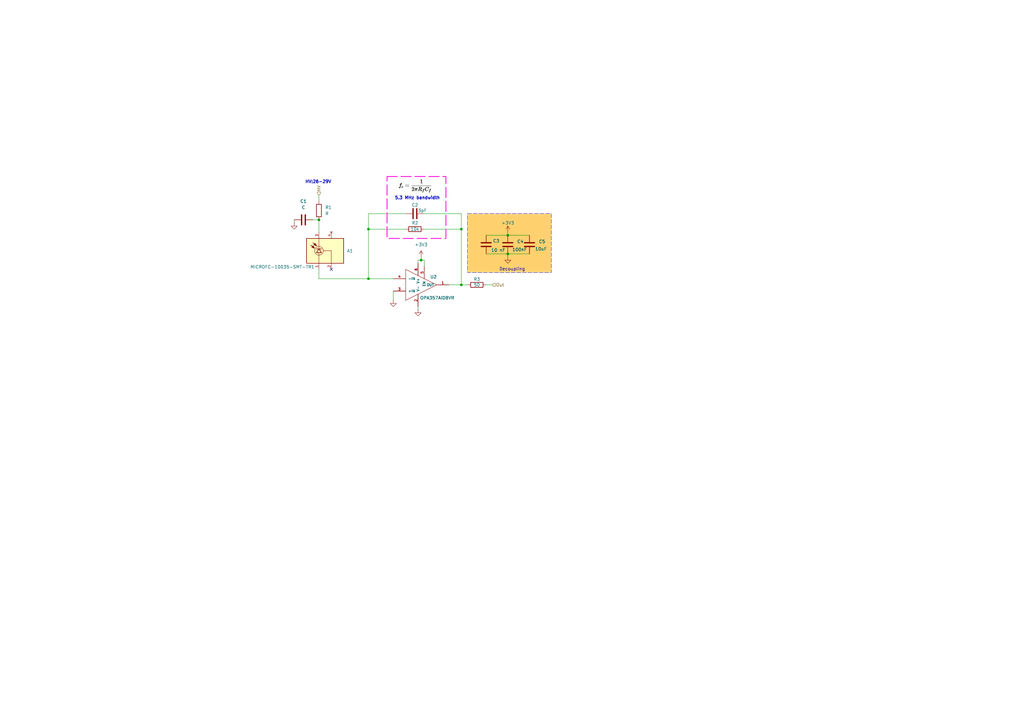
<source format=kicad_sch>
(kicad_sch (version 20231120) (generator "eeschema") (generator_version "8.0")
  (paper "A3")
  (lib_symbols
    (symbol "Device:C" (pin_numbers hide) (pin_names (offset 0.254))
      (property "Reference" "C" (at 0.635 2.54 0))
      (property "Value" "C" (at 0.635 -2.54 0))
      (symbol "C_0_1"
        (polyline (pts (xy -2.032 -0.762) (xy 2.032 -0.762)) (stroke (width 0.508)))
        (polyline (pts (xy -2.032 0.762) (xy 2.032 0.762)) (stroke (width 0.508)))
      )
      (symbol "C_1_1"
        (pin passive line (at 0 3.81 270) (length 2.794) (name "~") (number "1"))
        (pin passive line (at 0 -3.81 90) (length 2.794) (name "~") (number "2"))
      )
    )
    (symbol "Device:R" (pin_numbers hide) (pin_names (offset 0))
      (property "Reference" "R" (at 2.032 0 90))
      (property "Value" "R" (at 0 0 90))
      (symbol "R_0_1"
        (rectangle (start -1.016 -2.54) (end 1.016 2.54) (stroke (width 0.254)))
      )
      (symbol "R_1_1"
        (pin passive line (at 0 3.81 270) (length 1.27) (name "~") (number "1"))
        (pin passive line (at 0 -3.81 90) (length 1.27) (name "~") (number "2"))
      )
    )
    (symbol "OPA357:OPA357AIDBVR" (pin_names (offset 1.016))
      (property "Reference" "U2" (at 0 2.032 0))
      (property "Value" "OPA357AIDBVR" (at 1.524 -6.604 0))
      (symbol "OPA357AIDBVR_0_0"
        (pin input line (at -16.51 -3.81 0) (length 5.08) (name "+IN") (number "3"))
        (pin input line (at -16.51 1.27 0) (length 5.08) (name "-IN") (number "4"))
        (pin input line (at -3.81 6.35 270) (length 5.08) (name "EN") (number "5"))
        (pin power_in line (at -6.35 7.62 270) (length 5.08) (name "V+") (number "6"))
      )
      (symbol "OPA357AIDBVR_0_1"
        (polyline (pts (xy -11.43 -7.62) (xy -11.43 5.08) (xy 1.27 -1.27) (xy -11.43 -7.62)))
      )
      (symbol "OPA357AIDBVR_1_0"
        (pin output line (at 6.35 -1.27 180) (length 5.08) (name "OUT") (number "1"))
        (pin power_in line (at -6.35 -10.16 90) (length 5.08) (name "V-") (number "2"))
      )
    )
    (symbol "Onsemi:MICROFC-10035-SMT-TR1" (pin_names (offset 1.016))
      (property "Reference" "A" (at -5.08 8.89 0))
      (property "Value" "MICROFC-10035-SMT-TR1" (at -5.08 -10.16 0))
      (symbol "MICROFC-10035-SMT-TR1_0_0"
        (rectangle (start -5.08 -7.62) (end 5.08 7.62) (stroke (width 0.254)) (fill (type background)))
        (polyline (pts (xy -5.08 2.54) (xy -0.762 2.54)) (stroke (width 0.1524)))
        (polyline (pts (xy -0.762 1.524) (xy 0.762 2.54)) (stroke (width 0.254)))
        (polyline (pts (xy -0.762 2.54) (xy -0.762 1.524)) (stroke (width 0.254)))
        (polyline (pts (xy -0.762 3.556) (xy -0.762 2.54)) (stroke (width 0.254)))
        (polyline (pts (xy 0 -2.54) (xy -5.08 -2.54)) (stroke (width 0.1524)))
        (polyline (pts (xy 0 0.762) (xy 0 -2.54)) (stroke (width 0.1524)))
        (polyline (pts (xy 0.762 2.54) (xy -0.762 3.556)) (stroke (width 0.254)))
        (polyline (pts (xy 0.762 2.54) (xy 0.762 1.524)) (stroke (width 0.254)))
        (polyline (pts (xy 0.762 2.54) (xy 5.08 2.54)) (stroke (width 0.1524)))
        (polyline (pts (xy 0.762 3.556) (xy 0.762 2.54)) (stroke (width 0.254)))
        (polyline (pts (xy 1.143 4.445) (xy 1.4732 5.4102)) (stroke (width 0.254)))
        (polyline (pts (xy 1.143 4.445) (xy 2.286 5.842)) (stroke (width 0.254)))
        (polyline (pts (xy 1.4478 4.6736) (xy 1.5748 4.6736)) (stroke (width 0.254)))
        (polyline (pts (xy 1.4732 5.4102) (xy 1.4478 4.6736)) (stroke (width 0.254)))
        (polyline (pts (xy 1.4732 5.4102) (xy 2.032 4.9276)) (stroke (width 0.254)))
        (polyline (pts (xy 1.8542 5.0038) (xy 1.6256 4.8514)) (stroke (width 0.254)))
        (polyline (pts (xy 2.032 4.9276) (xy 1.143 4.445)) (stroke (width 0.254)))
        (polyline (pts (xy 2.1336 3.5814) (xy 2.4638 4.5466)) (stroke (width 0.254)))
        (polyline (pts (xy 2.1336 3.5814) (xy 3.2766 4.9784)) (stroke (width 0.254)))
        (polyline (pts (xy 2.4384 3.81) (xy 2.5654 3.81)) (stroke (width 0.254)))
        (polyline (pts (xy 2.4638 4.5466) (xy 2.4384 3.81)) (stroke (width 0.254)))
        (polyline (pts (xy 2.4638 4.5466) (xy 3.0226 4.064)) (stroke (width 0.254)))
        (polyline (pts (xy 2.8448 4.1402) (xy 2.6162 3.9878)) (stroke (width 0.254)))
        (polyline (pts (xy 3.0226 4.064) (xy 2.1336 3.5814)) (stroke (width 0.254)))
        (circle (center 0 2.54) (radius 1.778) (stroke (width 0.1524)))
        (pin passive line (at -7.62 2.54 0) (length 2.54) (name "~") (number "1"))
        (pin passive line (at -7.62 -2.54 0) (length 2.54) (name "~") (number "2"))
        (pin passive line (at 7.62 2.54 180) (length 2.54) (name "~") (number "3"))
        (pin no_connect line (at 7.62 -2.54 180) (length 2.54) (name "~") (number "4"))
      )
    )
    (symbol "power:+3V3" (power) (pin_numbers hide) (pin_names (offset 0) hide)
      (property "Value" "+3V3" (at 0 3.556 0))
      (symbol "+3V3_0_1"
        (polyline (pts (xy -0.762 1.27) (xy 0 2.54)))
        (polyline (pts (xy 0 0) (xy 0 2.54)))
        (polyline (pts (xy 0 2.54) (xy 0.762 1.27)))
      )
      (symbol "+3V3_1_1"
        (pin power_in line (at 0 0 90) (length 0) (name "~") (number "1"))
      )
    )
    (symbol "power:GND" (power) (pin_numbers hide) (pin_names (offset 0) hide)
      (property "Value" "GND" (at 0 -3.81 0))
      (symbol "GND_0_1"
        (polyline (pts (xy 0 0) (xy 0 -1.27) (xy 1.27 -1.27) (xy 0 -2.54) (xy -1.27 -1.27) (xy 0 -1.27)))
      )
      (symbol "GND_1_1"
        (pin power_in line (at 0 0 270) (length 0) (name "~") (number "1"))
      )
    )
  )
  (junction (at 151.13 114.3))
  (junction (at 172.72 106.68))
  (junction (at 189.23 93.98))
  (junction (at 151.13 93.98))
  (junction (at 208.28 96.52))
  (junction (at 208.28 104.14))
  (junction (at 130.81 90.17))
  (junction (at 189.23 116.84))
  (no_connect (at 135.89 110.49))
  (wire (pts (xy 130.81 110.49) (xy 130.81 114.3)))
  (wire (pts (xy 208.28 95.25) (xy 208.28 96.52)))
  (wire (pts (xy 189.23 116.84) (xy 191.77 116.84)))
  (wire (pts (xy 171.45 127) (xy 171.45 125.73)))
  (wire (pts (xy 199.39 116.84) (xy 201.93 116.84)))
  (wire (pts (xy 151.13 114.3) (xy 161.29 114.3)))
  (wire (pts (xy 128.27 90.17) (xy 130.81 90.17)))
  (wire (pts (xy 151.13 87.63) (xy 151.13 93.98)))
  (wire (pts (xy 130.81 80.01) (xy 130.81 82.55)))
  (wire (pts (xy 172.72 105.41) (xy 172.72 106.68)))
  (wire (pts (xy 173.99 106.68) (xy 173.99 109.22)))
  (wire (pts (xy 208.28 96.52) (xy 217.17 96.52)))
  (wire (pts (xy 173.99 106.68) (xy 172.72 106.68)))
  (wire (pts (xy 199.39 104.14) (xy 208.28 104.14)))
  (wire (pts (xy 208.28 105.41) (xy 208.28 104.14)))
  (wire (pts (xy 199.39 96.52) (xy 208.28 96.52)))
  (wire (pts (xy 189.23 116.84) (xy 184.15 116.84)))
  (wire (pts (xy 173.99 87.63) (xy 189.23 87.63)))
  (wire (pts (xy 189.23 87.63) (xy 189.23 93.98)))
  (wire (pts (xy 130.81 90.17) (xy 130.81 95.25)))
  (wire (pts (xy 173.99 93.98) (xy 189.23 93.98)))
  (wire (pts (xy 208.28 104.14) (xy 217.17 104.14)))
  (wire (pts (xy 171.45 107.95) (xy 171.45 106.68)))
  (wire (pts (xy 130.81 114.3) (xy 151.13 114.3)))
  (wire (pts (xy 171.45 106.68) (xy 172.72 106.68)))
  (wire (pts (xy 151.13 93.98) (xy 151.13 114.3)))
  (wire (pts (xy 161.29 119.38) (xy 161.29 123.19)))
  (wire (pts (xy 166.37 87.63) (xy 151.13 87.63)))
  (wire (pts (xy 120.65 91.44) (xy 120.65 90.17)))
  (wire (pts (xy 189.23 93.98) (xy 189.23 116.84)))
  (wire (pts (xy 166.37 93.98) (xy 151.13 93.98)))
  (rectangle (start 158.75 72.39) (end 182.88 97.79) (stroke (width 0.381) (type dash) (color 255 32 226 1)))
  (rectangle (start 191.77 87.63) (end 226.06 111.76) (stroke (width 0) (type dash)) (fill (type color) (color 255 209 110 1)))
  (image (at 171.45 76.2) (scale 0.449194))
  (text "HV:26-29V" (at 130.556 74.676 0) (effects (font (size 1.27 1.27) (thickness 0.254) (bold yes))))
  (text "5.3 MHz bandwidth" (at 171.196 81.28 0) (effects (font (size 1.27 1.27) (thickness 0.254) (bold yes))))
  (text "Decoupling" (at 210.058 110.49 0) (effects (font (size 1.27 1.27))))
  (hierarchical_label "Out" (shape input) (at 201.93 116.84 0))
  (hierarchical_label "HV" (shape input) (at 130.81 80.01 90))
  (symbol (lib_id "Device:R") (at 195.58 116.84 90) (unit 1)
    (property "Reference" "R3" (at 195.58 114.554 90))
    (property "Value" "50" (at 195.58 116.84 90))
    (property "Footprint" "Resistor_SMD:R_0402_1005Metric" (effects (hide yes)))
    (property "Description" "Resistor" (effects (hide yes)))
  )
  (symbol (lib_id "power:GND") (at 171.45 127 0) (unit 1)
    (property "Reference" "#PWR04" (effects (hide yes)))
    (property "Value" "GND" (effects (hide yes)))
    (property "Description" "Power symbol creates a global label with name \"GND\" , ground" (effects (hide yes)))
  )
  (symbol (lib_id "power:GND") (at 120.65 91.44 0) (unit 1)
    (property "Reference" "#PWR02" (effects (hide yes)))
    (property "Value" "GND" (effects (hide yes)))
    (property "Description" "Power symbol creates a global label with name \"GND\" , ground" (effects (hide yes)))
  )
  (symbol (lib_id "OPA357:OPA357AIDBVR") (at 177.8 115.57 0) (unit 1)
    (property "Reference" "U2" (at 177.8 113.538 0))
    (property "Value" "OPA357AIDBVR" (at 179.324 122.174 0))
    (property "Footprint" "Package_TO_SOT_SMD:SOT-23-6" (effects (hide yes)))
    (property "Description" "250MHz, Rail-to-Rail I/O, Single CMOS Operational Amplifier w/Shutdown" (effects (hide yes)))
    (property "MF" "Texas Instruments" (effects (hide yes)))
    (property "Package" "SOT-23-6 Texas Instruments" (effects (hide yes)))
    (property "Price" "None" (effects (hide yes)))
    (property "SnapEDA_Link" "https://www.snapeda.com/parts/OPA357AIDBVR/Texas+Instruments/view-part/?ref=snap" (effects (hide yes)))
    (property "MP" "OPA357AIDBVR" (effects (hide yes)))
    (property "Purchase-URL" "https://www.snapeda.com/api/url_track_click_mouser/?unipart_id=1237212&manufacturer=Texas Instruments&part_name=OPA357AIDBVR&search_term=opa357aidbvr" (effects (hide yes)))
    (property "Availability" "In Stock" (effects (hide yes)))
    (property "Check_prices" "https://www.snapeda.com/parts/OPA357AIDBVR/Texas+Instruments/view-part/?ref=eda" (effects (hide yes)))
  )
  (symbol (lib_id "Device:C") (at 124.46 90.17 90) (unit 1)
    (property "Reference" "C1" (at 124.46 82.55 90))
    (property "Value" "C" (at 124.46 85.09 90))
    (property "Footprint" "Capacitor_SMD:C_0402_1005Metric" (effects (hide yes)))
    (property "Description" "Unpolarized capacitor" (effects (hide yes)))
  )
  (symbol (lib_id "Device:R") (at 130.81 86.36 0) (unit 1)
    (property "Reference" "R1" (at 133.35 85.0899 0) (effects (justify left)))
    (property "Value" "R" (at 133.35 87.6299 0) (effects (justify left)))
    (property "Footprint" "Resistor_SMD:R_0402_1005Metric" (effects (hide yes)))
    (property "Description" "Resistor" (effects (hide yes)))
  )
  (symbol (lib_id "Onsemi:MICROFC-10035-SMT-TR1") (at 133.35 102.87 90) (unit 1)
    (property "Reference" "A1" (at 142.24 102.8699 90) (effects (justify right)))
    (property "Value" "MICROFC-10035-SMT-TR1" (at 115.824 109.474 90))
    (property "Footprint" "Onsemi:XDCR_MICROFC-10035-SMT-TR1" (effects (hide yes)))
    (property "MF" "ON Semiconductor" (effects (hide yes)))
    (property "MAXIMUM_PACKAGE_HEIGHT" "0.7 mm" (effects (hide yes)))
    (property "Package" "SMD-4 ON Semiconductor" (effects (hide yes)))
    (property "Price" "None" (effects (hide yes)))
    (property "Check_prices" "https://www.snapeda.com/parts/MICROFC-10035-SMT-TR1/Onsemi/view-part/?ref=eda" (effects (hide yes)))
    (property "STANDARD" "Manufacturer Recommendations" (effects (hide yes)))
    (property "PARTREV" "6" (effects (hide yes)))
    (property "SnapEDA_Link" "https://www.snapeda.com/parts/MICROFC-10035-SMT-TR1/Onsemi/view-part/?ref=snap" (effects (hide yes)))
    (property "MP" "MICROFC-10035-SMT-TR1" (effects (hide yes)))
    (property "Description_1" "\n                        \n                            Photodiode 420nm 300ps - 4-SMD, No Lead\n                        \n" (effects (hide yes)))
    (property "Availability" "In Stock" (effects (hide yes)))
    (property "MANUFACTURER" "ON Semiconductor" (effects (hide yes)))
  )
  (symbol (lib_id "Device:C") (at 199.39 100.33 180) (unit 1)
    (property "Reference" "C3" (at 202.184 98.806 0) (effects (justify right)))
    (property "Value" "10 nF" (at 201.422 102.616 0) (effects (justify right)))
    (property "Footprint" "Capacitor_SMD:C_0402_1005Metric" (effects (hide yes)))
    (property "Description" "Unpolarized capacitor" (effects (hide yes)))
  )
  (symbol (lib_id "power:GND") (at 208.28 105.41 0) (unit 1)
    (property "Reference" "#PWR07" (effects (hide yes)))
    (property "Value" "GND" (effects (hide yes)))
    (property "Description" "Power symbol creates a global label with name \"GND\" , ground" (effects (hide yes)))
  )
  (symbol (lib_id "power:+3V3") (at 208.28 95.25 0) (unit 1)
    (property "Reference" "#PWR09" (effects (hide yes)))
    (property "Value" "+3V3" (at 208.28 91.44 0))
    (property "Description" "Power symbol creates a global label with name \"+3V3\"" (effects (hide yes)))
  )
  (symbol (lib_id "Device:C") (at 208.28 100.33 180) (unit 1)
    (property "Reference" "C4" (at 212.09 99.0599 0) (effects (justify right)))
    (property "Value" "100nF" (at 210.058 102.362 0) (effects (justify right)))
    (property "Footprint" "Capacitor_SMD:C_0402_1005Metric" (effects (hide yes)))
    (property "Description" "Unpolarized capacitor" (effects (hide yes)))
  )
  (symbol (lib_id "power:+3V3") (at 172.72 105.41 0) (unit 1)
    (property "Reference" "#PWR03" (effects (hide yes)))
    (property "Value" "+3V3" (at 172.72 100.33 0))
    (property "Description" "Power symbol creates a global label with name \"+3V3\"" (effects (hide yes)))
  )
  (symbol (lib_id "power:GND") (at 161.29 123.19 0) (unit 1)
    (property "Reference" "#PWR05" (effects (hide yes)))
    (property "Value" "GND" (effects (hide yes)))
    (property "Description" "Power symbol creates a global label with name \"GND\" , ground" (effects (hide yes)))
  )
  (symbol (lib_id "Device:C") (at 170.18 87.63 90) (unit 1)
    (property "Reference" "C2" (at 170.18 84.074 90))
    (property "Value" "3pF" (at 173.228 86.36 90))
    (property "Footprint" "Capacitor_SMD:C_0402_1005Metric" (effects (hide yes)))
    (property "Description" "Unpolarized capacitor" (effects (hide yes)))
  )
  (symbol (lib_id "Device:R") (at 170.18 93.98 270) (unit 1)
    (property "Reference" "R2" (at 170.18 91.44 90))
    (property "Value" "10k" (at 170.18 93.98 90))
    (property "Footprint" "Resistor_SMD:R_0402_1005Metric" (effects (hide yes)))
    (property "Description" "Resistor" (effects (hide yes)))
  )
  (symbol (lib_id "Device:C") (at 217.17 100.33 180) (unit 1)
    (property "Reference" "C5" (at 220.98 99.0599 0) (effects (justify right)))
    (property "Value" "10uF" (at 219.456 102.108 0) (effects (justify right)))
    (property "Footprint" "Capacitor_SMD:C_0402_1005Metric" (effects (hide yes)))
    (property "Description" "Unpolarized capacitor" (effects (hide yes)))
  )
)
</source>
